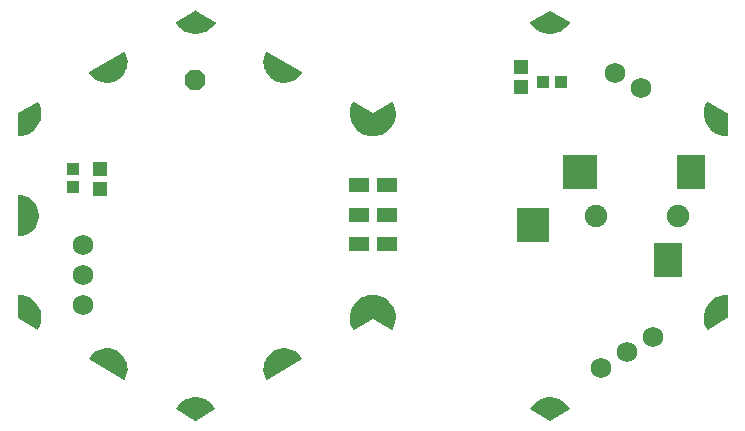
<source format=gbr>
G04 EAGLE Gerber RS-274X export*
G75*
%MOMM*%
%FSLAX34Y34*%
%LPD*%
%INSoldermask Top*%
%IPPOS*%
%AMOC8*
5,1,8,0,0,1.08239X$1,22.5*%
G01*
%ADD10R,1.003200X1.003200*%
%ADD11C,1.203200*%
%ADD12P,1.869504X8X22.500000*%
%ADD13R,1.303200X1.203200*%
%ADD14C,1.727200*%
%ADD15C,1.903200*%
%ADD16R,2.403200X3.003200*%
%ADD17R,2.803200X3.003200*%
%ADD18R,3.003200X3.003200*%
%ADD19R,1.803200X1.203200*%

G36*
X299252Y270303D02*
X299252Y270303D01*
X299265Y270302D01*
X302315Y270545D01*
X302347Y270554D01*
X302394Y270558D01*
X305366Y271286D01*
X305397Y271301D01*
X305442Y271312D01*
X305506Y271339D01*
X306682Y271838D01*
X307857Y272337D01*
X307858Y272337D01*
X308259Y272508D01*
X308287Y272527D01*
X308330Y272545D01*
X310918Y274177D01*
X310942Y274201D01*
X310982Y274225D01*
X313275Y276252D01*
X313295Y276279D01*
X313331Y276310D01*
X315269Y278678D01*
X315285Y278708D01*
X315314Y278744D01*
X316848Y281392D01*
X316858Y281424D01*
X316882Y281464D01*
X316935Y281604D01*
X317695Y283601D01*
X317885Y284100D01*
X317971Y284324D01*
X317976Y284357D01*
X317993Y284401D01*
X318609Y287398D01*
X318609Y287432D01*
X318618Y287478D01*
X318745Y290535D01*
X318740Y290569D01*
X318742Y290616D01*
X318377Y293654D01*
X318366Y293686D01*
X318361Y293732D01*
X317513Y296672D01*
X317497Y296702D01*
X317485Y296748D01*
X316176Y299514D01*
X316159Y299536D01*
X316149Y299563D01*
X316100Y299615D01*
X316057Y299673D01*
X316032Y299687D01*
X316013Y299708D01*
X315947Y299737D01*
X315885Y299773D01*
X315857Y299776D01*
X315831Y299788D01*
X315759Y299789D01*
X315688Y299798D01*
X315661Y299790D01*
X315632Y299791D01*
X315537Y299755D01*
X315497Y299744D01*
X315488Y299737D01*
X315476Y299733D01*
X299225Y290376D01*
X282974Y299733D01*
X282947Y299742D01*
X282923Y299758D01*
X282853Y299773D01*
X282785Y299796D01*
X282757Y299793D01*
X282729Y299799D01*
X282659Y299786D01*
X282587Y299780D01*
X282562Y299767D01*
X282534Y299761D01*
X282474Y299721D01*
X282411Y299688D01*
X282393Y299666D01*
X282369Y299650D01*
X282311Y299567D01*
X282284Y299535D01*
X282281Y299524D01*
X282274Y299514D01*
X280965Y296748D01*
X280957Y296715D01*
X280937Y296672D01*
X280089Y293732D01*
X280086Y293698D01*
X280073Y293654D01*
X279708Y290616D01*
X279711Y290582D01*
X279705Y290535D01*
X279832Y287478D01*
X279840Y287445D01*
X279841Y287398D01*
X280457Y284401D01*
X280470Y284370D01*
X280480Y284324D01*
X281568Y281464D01*
X281586Y281436D01*
X281603Y281392D01*
X283136Y278744D01*
X283158Y278718D01*
X283181Y278678D01*
X285119Y276310D01*
X285146Y276288D01*
X285175Y276252D01*
X287468Y274225D01*
X287497Y274209D01*
X287532Y274177D01*
X290120Y272545D01*
X290152Y272533D01*
X290191Y272508D01*
X293008Y271312D01*
X293041Y271305D01*
X293084Y271286D01*
X296056Y270558D01*
X296090Y270556D01*
X296135Y270545D01*
X299185Y270302D01*
X299214Y270306D01*
X299242Y270301D01*
X299252Y270303D01*
G37*
G36*
X315792Y106615D02*
X315792Y106615D01*
X315863Y106620D01*
X315888Y106633D01*
X315916Y106639D01*
X315976Y106679D01*
X316039Y106712D01*
X316057Y106734D01*
X316081Y106750D01*
X316139Y106833D01*
X316166Y106865D01*
X316169Y106876D01*
X316176Y106887D01*
X317485Y109653D01*
X317493Y109686D01*
X317513Y109728D01*
X318361Y112668D01*
X318364Y112702D01*
X318377Y112746D01*
X318742Y115784D01*
X318739Y115818D01*
X318745Y115865D01*
X318618Y118922D01*
X318610Y118955D01*
X318609Y119002D01*
X317993Y121999D01*
X317980Y122030D01*
X317971Y122076D01*
X316882Y124936D01*
X316864Y124965D01*
X316848Y125008D01*
X315314Y127656D01*
X315292Y127682D01*
X315269Y127723D01*
X313331Y130090D01*
X313304Y130112D01*
X313275Y130148D01*
X310982Y132175D01*
X310953Y132192D01*
X310918Y132223D01*
X308330Y133855D01*
X308298Y133867D01*
X308259Y133892D01*
X305442Y135088D01*
X305409Y135095D01*
X305366Y135114D01*
X302394Y135842D01*
X302360Y135844D01*
X302315Y135855D01*
X299265Y136098D01*
X299236Y136094D01*
X299208Y136099D01*
X299198Y136097D01*
X299185Y136098D01*
X296135Y135855D01*
X296103Y135846D01*
X296056Y135842D01*
X293084Y135114D01*
X293053Y135099D01*
X293008Y135088D01*
X292843Y135018D01*
X291668Y134519D01*
X290492Y134020D01*
X290191Y133892D01*
X290163Y133873D01*
X290120Y133855D01*
X287532Y132223D01*
X287508Y132199D01*
X287468Y132175D01*
X285175Y130148D01*
X285155Y130121D01*
X285119Y130090D01*
X283181Y127723D01*
X283165Y127692D01*
X283136Y127656D01*
X281603Y125008D01*
X281592Y124976D01*
X281568Y124936D01*
X280480Y122076D01*
X280474Y122043D01*
X280457Y121999D01*
X279841Y119002D01*
X279841Y118968D01*
X279832Y118922D01*
X279705Y115865D01*
X279710Y115831D01*
X279708Y115784D01*
X280073Y112746D01*
X280084Y112714D01*
X280089Y112668D01*
X280937Y109728D01*
X280953Y109698D01*
X280965Y109653D01*
X282274Y106887D01*
X282291Y106864D01*
X282301Y106837D01*
X282350Y106785D01*
X282393Y106727D01*
X282418Y106713D01*
X282437Y106692D01*
X282503Y106663D01*
X282565Y106627D01*
X282593Y106624D01*
X282619Y106612D01*
X282691Y106611D01*
X282762Y106602D01*
X282789Y106610D01*
X282818Y106610D01*
X282913Y106645D01*
X282953Y106656D01*
X282962Y106663D01*
X282974Y106667D01*
X299225Y116024D01*
X315476Y106667D01*
X315503Y106658D01*
X315527Y106642D01*
X315597Y106627D01*
X315665Y106604D01*
X315693Y106607D01*
X315721Y106601D01*
X315792Y106615D01*
G37*
G36*
X-748Y185704D02*
X-748Y185704D01*
X-734Y185702D01*
X2064Y185934D01*
X2098Y185944D01*
X2146Y185948D01*
X4867Y186637D01*
X4899Y186652D01*
X4945Y186664D01*
X7517Y187792D01*
X7545Y187812D01*
X7589Y187831D01*
X9940Y189367D01*
X9964Y189391D01*
X10005Y189417D01*
X12070Y191319D01*
X12083Y191336D01*
X12095Y191345D01*
X12106Y191361D01*
X12126Y191380D01*
X13851Y193595D01*
X13866Y193626D01*
X13896Y193664D01*
X15232Y196134D01*
X15242Y196167D01*
X15265Y196209D01*
X16177Y198865D01*
X16182Y198899D01*
X16197Y198945D01*
X16659Y201714D01*
X16658Y201749D01*
X16666Y201796D01*
X16666Y204604D01*
X16659Y204638D01*
X16659Y204686D01*
X16197Y207455D01*
X16185Y207488D01*
X16177Y207535D01*
X15265Y210191D01*
X15248Y210221D01*
X15232Y210266D01*
X13896Y212736D01*
X13874Y212762D01*
X13851Y212805D01*
X12126Y215020D01*
X12100Y215043D01*
X12070Y215081D01*
X10005Y216983D01*
X9975Y217001D01*
X9940Y217033D01*
X7589Y218569D01*
X7557Y218582D01*
X7517Y218608D01*
X4945Y219736D01*
X4912Y219743D01*
X4867Y219763D01*
X2146Y220452D01*
X2111Y220454D01*
X2064Y220466D01*
X-734Y220698D01*
X-763Y220694D01*
X-792Y220699D01*
X-861Y220683D01*
X-931Y220674D01*
X-957Y220660D01*
X-985Y220653D01*
X-1042Y220611D01*
X-1104Y220576D01*
X-1122Y220552D01*
X-1145Y220535D01*
X-1181Y220474D01*
X-1224Y220417D01*
X-1232Y220389D01*
X-1247Y220364D01*
X-1263Y220266D01*
X-1274Y220225D01*
X-1272Y220214D01*
X-1274Y220200D01*
X-1274Y186200D01*
X-1268Y186171D01*
X-1271Y186142D01*
X-1249Y186075D01*
X-1235Y186005D01*
X-1218Y185981D01*
X-1209Y185953D01*
X-1162Y185900D01*
X-1122Y185841D01*
X-1098Y185826D01*
X-1078Y185804D01*
X-1014Y185772D01*
X-955Y185734D01*
X-926Y185729D01*
X-900Y185717D01*
X-800Y185708D01*
X-758Y185701D01*
X-748Y185704D01*
G37*
G36*
X88991Y64314D02*
X88991Y64314D01*
X89062Y64320D01*
X89088Y64333D01*
X89116Y64339D01*
X89175Y64379D01*
X89238Y64411D01*
X89257Y64434D01*
X89281Y64450D01*
X89338Y64532D01*
X89365Y64565D01*
X89368Y64575D01*
X89376Y64587D01*
X90575Y67122D01*
X90583Y67156D01*
X90604Y67199D01*
X91369Y69897D01*
X91371Y69932D01*
X91385Y69978D01*
X91695Y72766D01*
X91692Y72794D01*
X91694Y72805D01*
X91693Y72810D01*
X91697Y72848D01*
X91545Y75648D01*
X91536Y75682D01*
X91533Y75730D01*
X90922Y78467D01*
X90908Y78499D01*
X90897Y78546D01*
X89844Y81145D01*
X89825Y81174D01*
X89807Y81218D01*
X88340Y83609D01*
X88316Y83634D01*
X88291Y83675D01*
X86450Y85791D01*
X86423Y85812D01*
X86391Y85849D01*
X84228Y87633D01*
X84197Y87649D01*
X84160Y87680D01*
X81732Y89084D01*
X81699Y89095D01*
X81657Y89119D01*
X79032Y90104D01*
X78997Y90110D01*
X78952Y90127D01*
X76200Y90666D01*
X76166Y90666D01*
X76118Y90675D01*
X73315Y90754D01*
X73281Y90749D01*
X73233Y90750D01*
X70454Y90367D01*
X70422Y90355D01*
X70374Y90349D01*
X67697Y89513D01*
X67666Y89496D01*
X67620Y89482D01*
X65117Y88218D01*
X65090Y88196D01*
X65047Y88174D01*
X62786Y86515D01*
X62763Y86489D01*
X62724Y86461D01*
X60767Y84452D01*
X60748Y84423D01*
X60714Y84388D01*
X59115Y82085D01*
X59103Y82058D01*
X59085Y82035D01*
X59064Y81967D01*
X59036Y81902D01*
X59036Y81873D01*
X59028Y81845D01*
X59036Y81774D01*
X59035Y81703D01*
X59046Y81676D01*
X59050Y81647D01*
X59084Y81585D01*
X59112Y81520D01*
X59133Y81499D01*
X59147Y81474D01*
X59223Y81411D01*
X59254Y81381D01*
X59264Y81377D01*
X59275Y81368D01*
X88675Y64368D01*
X88703Y64359D01*
X88727Y64342D01*
X88796Y64327D01*
X88864Y64305D01*
X88893Y64307D01*
X88921Y64301D01*
X88991Y64314D01*
G37*
G36*
X76118Y315725D02*
X76118Y315725D01*
X76152Y315733D01*
X76200Y315734D01*
X78952Y316273D01*
X78984Y316287D01*
X79032Y316296D01*
X81657Y317281D01*
X81687Y317299D01*
X81732Y317316D01*
X84160Y318720D01*
X84186Y318743D01*
X84228Y318767D01*
X86391Y320551D01*
X86413Y320578D01*
X86450Y320609D01*
X88291Y322725D01*
X88308Y322755D01*
X88340Y322791D01*
X89807Y325182D01*
X89818Y325214D01*
X89844Y325255D01*
X90897Y327854D01*
X90904Y327888D01*
X90922Y327933D01*
X91533Y330670D01*
X91534Y330705D01*
X91545Y330752D01*
X91697Y333552D01*
X91692Y333586D01*
X91695Y333634D01*
X91385Y336422D01*
X91374Y336455D01*
X91369Y336503D01*
X90604Y339201D01*
X90588Y339231D01*
X90575Y339278D01*
X89376Y341813D01*
X89359Y341837D01*
X89349Y341864D01*
X89300Y341916D01*
X89257Y341973D01*
X89232Y341987D01*
X89212Y342009D01*
X89147Y342037D01*
X89086Y342073D01*
X89057Y342076D01*
X89030Y342088D01*
X88959Y342089D01*
X88888Y342098D01*
X88860Y342090D01*
X88831Y342090D01*
X88738Y342056D01*
X88697Y342044D01*
X88688Y342037D01*
X88675Y342032D01*
X59275Y325032D01*
X59253Y325013D01*
X59227Y325000D01*
X59179Y324947D01*
X59126Y324900D01*
X59114Y324874D01*
X59094Y324852D01*
X59071Y324785D01*
X59041Y324721D01*
X59039Y324692D01*
X59030Y324664D01*
X59035Y324593D01*
X59032Y324522D01*
X59042Y324495D01*
X59044Y324466D01*
X59086Y324376D01*
X59101Y324336D01*
X59109Y324328D01*
X59115Y324315D01*
X60714Y322012D01*
X60740Y321988D01*
X60767Y321948D01*
X62724Y319939D01*
X62753Y319920D01*
X62786Y319885D01*
X65047Y318226D01*
X65078Y318211D01*
X65117Y318182D01*
X67620Y316918D01*
X67654Y316909D01*
X67697Y316887D01*
X70374Y316051D01*
X70408Y316048D01*
X70454Y316033D01*
X73233Y315650D01*
X73267Y315652D01*
X73315Y315646D01*
X76118Y315725D01*
G37*
G36*
X209590Y64310D02*
X209590Y64310D01*
X209619Y64310D01*
X209712Y64344D01*
X209753Y64356D01*
X209762Y64363D01*
X209775Y64368D01*
X239175Y81368D01*
X239197Y81387D01*
X239223Y81400D01*
X239271Y81453D01*
X239324Y81500D01*
X239336Y81526D01*
X239356Y81548D01*
X239379Y81615D01*
X239409Y81679D01*
X239411Y81708D01*
X239420Y81736D01*
X239415Y81807D01*
X239418Y81878D01*
X239408Y81905D01*
X239406Y81934D01*
X239364Y82024D01*
X239349Y82064D01*
X239341Y82072D01*
X239335Y82085D01*
X237736Y84388D01*
X237711Y84412D01*
X237683Y84452D01*
X235726Y86461D01*
X235697Y86480D01*
X235664Y86515D01*
X233403Y88174D01*
X233372Y88189D01*
X233333Y88218D01*
X230830Y89482D01*
X230796Y89491D01*
X230753Y89513D01*
X228076Y90349D01*
X228042Y90352D01*
X227996Y90367D01*
X225217Y90750D01*
X225183Y90748D01*
X225135Y90754D01*
X222332Y90675D01*
X222298Y90667D01*
X222250Y90666D01*
X219498Y90127D01*
X219466Y90113D01*
X219418Y90104D01*
X216793Y89119D01*
X216763Y89101D01*
X216718Y89084D01*
X214290Y87680D01*
X214264Y87657D01*
X214223Y87633D01*
X212059Y85849D01*
X212037Y85822D01*
X212000Y85791D01*
X210159Y83675D01*
X210142Y83645D01*
X210111Y83609D01*
X208643Y81218D01*
X208632Y81186D01*
X208606Y81145D01*
X207553Y78546D01*
X207546Y78512D01*
X207528Y78467D01*
X206917Y75730D01*
X206916Y75695D01*
X206905Y75648D01*
X206753Y72848D01*
X206758Y72814D01*
X206755Y72766D01*
X207065Y69978D01*
X207076Y69945D01*
X207081Y69897D01*
X207846Y67199D01*
X207862Y67169D01*
X207875Y67122D01*
X209074Y64587D01*
X209091Y64563D01*
X209101Y64536D01*
X209150Y64484D01*
X209193Y64427D01*
X209218Y64413D01*
X209238Y64392D01*
X209303Y64363D01*
X209365Y64327D01*
X209393Y64324D01*
X209420Y64312D01*
X209491Y64311D01*
X209562Y64302D01*
X209590Y64310D01*
G37*
G36*
X225169Y315652D02*
X225169Y315652D01*
X225217Y315650D01*
X227996Y316033D01*
X228028Y316045D01*
X228076Y316051D01*
X230753Y316887D01*
X230784Y316904D01*
X230830Y316918D01*
X233333Y318182D01*
X233360Y318204D01*
X233403Y318226D01*
X235664Y319885D01*
X235687Y319911D01*
X235726Y319939D01*
X237683Y321948D01*
X237702Y321977D01*
X237736Y322012D01*
X239335Y324315D01*
X239347Y324342D01*
X239365Y324365D01*
X239386Y324433D01*
X239414Y324498D01*
X239414Y324527D01*
X239422Y324555D01*
X239414Y324626D01*
X239415Y324697D01*
X239404Y324724D01*
X239400Y324753D01*
X239366Y324815D01*
X239338Y324880D01*
X239317Y324901D01*
X239303Y324926D01*
X239227Y324989D01*
X239196Y325019D01*
X239186Y325023D01*
X239175Y325032D01*
X209775Y342032D01*
X209747Y342041D01*
X209723Y342058D01*
X209654Y342073D01*
X209586Y342095D01*
X209557Y342093D01*
X209529Y342099D01*
X209459Y342086D01*
X209388Y342080D01*
X209362Y342067D01*
X209334Y342061D01*
X209275Y342021D01*
X209212Y341989D01*
X209193Y341966D01*
X209169Y341950D01*
X209112Y341868D01*
X209085Y341835D01*
X209082Y341825D01*
X209074Y341813D01*
X207875Y339278D01*
X207867Y339244D01*
X207846Y339201D01*
X207081Y336503D01*
X207079Y336468D01*
X207065Y336422D01*
X206755Y333634D01*
X206757Y333607D01*
X206757Y333602D01*
X206758Y333597D01*
X206753Y333552D01*
X206905Y330752D01*
X206914Y330718D01*
X206917Y330670D01*
X207528Y327933D01*
X207542Y327901D01*
X207553Y327854D01*
X208606Y325255D01*
X208625Y325226D01*
X208643Y325182D01*
X210111Y322791D01*
X210134Y322766D01*
X210159Y322725D01*
X212000Y320609D01*
X212027Y320588D01*
X212059Y320551D01*
X214223Y318767D01*
X214253Y318751D01*
X214290Y318720D01*
X216718Y317316D01*
X216751Y317305D01*
X216793Y317281D01*
X219418Y316296D01*
X219453Y316290D01*
X219498Y316273D01*
X222250Y315734D01*
X222285Y315734D01*
X222332Y315725D01*
X225135Y315646D01*
X225169Y315652D01*
G37*
G36*
X-767Y270264D02*
X-767Y270264D01*
X-753Y270263D01*
X2303Y270510D01*
X2336Y270519D01*
X2382Y270523D01*
X5359Y271256D01*
X5390Y271271D01*
X5436Y271282D01*
X8257Y272484D01*
X8284Y272503D01*
X8328Y272521D01*
X10919Y274160D01*
X10944Y274183D01*
X10983Y274208D01*
X13278Y276241D01*
X13299Y276268D01*
X13334Y276299D01*
X15273Y278674D01*
X15289Y278704D01*
X15319Y278740D01*
X16852Y281396D01*
X16863Y281428D01*
X16887Y281468D01*
X17974Y284335D01*
X17979Y284369D01*
X17996Y284413D01*
X18609Y287417D01*
X18610Y287451D01*
X18619Y287497D01*
X18743Y290560D01*
X18737Y290594D01*
X18739Y290640D01*
X18370Y293684D01*
X18359Y293717D01*
X18354Y293763D01*
X17501Y296708D01*
X17485Y296738D01*
X17472Y296783D01*
X16158Y299553D01*
X16140Y299577D01*
X16130Y299604D01*
X16081Y299656D01*
X16038Y299713D01*
X16013Y299727D01*
X15993Y299748D01*
X15928Y299777D01*
X15866Y299812D01*
X15838Y299816D01*
X15811Y299828D01*
X15740Y299828D01*
X15669Y299837D01*
X15641Y299829D01*
X15612Y299830D01*
X15519Y299795D01*
X15478Y299783D01*
X15469Y299776D01*
X15457Y299771D01*
X-1021Y290232D01*
X-1078Y290181D01*
X-1140Y290136D01*
X-1152Y290116D01*
X-1170Y290100D01*
X-1203Y290031D01*
X-1242Y289965D01*
X-1246Y289939D01*
X-1255Y289921D01*
X-1257Y289876D01*
X-1270Y289801D01*
X-1293Y270761D01*
X-1287Y270733D01*
X-1289Y270704D01*
X-1267Y270636D01*
X-1253Y270566D01*
X-1237Y270542D01*
X-1228Y270515D01*
X-1181Y270461D01*
X-1141Y270402D01*
X-1117Y270387D01*
X-1098Y270365D01*
X-1033Y270333D01*
X-973Y270295D01*
X-945Y270290D01*
X-919Y270277D01*
X-819Y270269D01*
X-777Y270262D01*
X-767Y270264D01*
G37*
G36*
X15772Y106575D02*
X15772Y106575D01*
X15843Y106580D01*
X15869Y106594D01*
X15897Y106599D01*
X15957Y106639D01*
X16020Y106672D01*
X16038Y106694D01*
X16062Y106710D01*
X16120Y106792D01*
X16147Y106825D01*
X16150Y106835D01*
X16158Y106847D01*
X17472Y109617D01*
X17480Y109650D01*
X17501Y109692D01*
X18354Y112637D01*
X18356Y112671D01*
X18370Y112716D01*
X18739Y115760D01*
X18737Y115793D01*
X18743Y115840D01*
X18619Y118904D01*
X18611Y118936D01*
X18609Y118983D01*
X17996Y121988D01*
X17983Y122019D01*
X17974Y122065D01*
X16887Y124932D01*
X16868Y124960D01*
X16852Y125004D01*
X15319Y127660D01*
X15296Y127685D01*
X15273Y127726D01*
X13334Y130101D01*
X13308Y130122D01*
X13278Y130159D01*
X10983Y132192D01*
X10954Y132209D01*
X10919Y132240D01*
X8328Y133879D01*
X8296Y133891D01*
X8257Y133916D01*
X5436Y135118D01*
X5402Y135125D01*
X5359Y135144D01*
X2382Y135877D01*
X2348Y135879D01*
X2303Y135890D01*
X-753Y136137D01*
X-782Y136134D01*
X-810Y136138D01*
X-880Y136122D01*
X-951Y136113D01*
X-976Y136099D01*
X-1004Y136092D01*
X-1061Y136050D01*
X-1123Y136014D01*
X-1141Y135991D01*
X-1164Y135974D01*
X-1200Y135913D01*
X-1243Y135856D01*
X-1250Y135828D01*
X-1265Y135803D01*
X-1282Y135704D01*
X-1292Y135663D01*
X-1290Y135652D01*
X-1293Y135639D01*
X-1270Y116599D01*
X-1254Y116524D01*
X-1246Y116448D01*
X-1235Y116427D01*
X-1230Y116405D01*
X-1186Y116341D01*
X-1149Y116274D01*
X-1129Y116258D01*
X-1117Y116241D01*
X-1080Y116217D01*
X-1021Y116168D01*
X15457Y106629D01*
X15484Y106619D01*
X15508Y106603D01*
X15577Y106588D01*
X15645Y106565D01*
X15674Y106567D01*
X15702Y106561D01*
X15772Y106575D01*
G37*
G36*
X449241Y29511D02*
X449241Y29511D01*
X449318Y29510D01*
X449342Y29519D01*
X449363Y29520D01*
X449402Y29541D01*
X449474Y29567D01*
X465974Y39067D01*
X465996Y39086D01*
X466022Y39099D01*
X466056Y39137D01*
X466059Y39139D01*
X466062Y39143D01*
X466070Y39152D01*
X466123Y39199D01*
X466136Y39225D01*
X466155Y39247D01*
X466178Y39314D01*
X466209Y39378D01*
X466211Y39407D01*
X466220Y39434D01*
X466215Y39506D01*
X466218Y39577D01*
X466208Y39604D01*
X466206Y39633D01*
X466164Y39723D01*
X466149Y39763D01*
X466142Y39771D01*
X466136Y39784D01*
X464394Y42307D01*
X464370Y42331D01*
X464343Y42369D01*
X462219Y44581D01*
X462191Y44600D01*
X462159Y44634D01*
X459708Y46476D01*
X459677Y46490D01*
X459640Y46519D01*
X456925Y47944D01*
X456892Y47953D01*
X456851Y47975D01*
X453943Y48946D01*
X453916Y48949D01*
X453907Y48951D01*
X453865Y48965D01*
X450838Y49457D01*
X450804Y49456D01*
X450758Y49464D01*
X447692Y49464D01*
X447659Y49457D01*
X447612Y49457D01*
X444585Y48965D01*
X444554Y48953D01*
X444507Y48946D01*
X441599Y47975D01*
X441570Y47958D01*
X441525Y47944D01*
X438810Y46519D01*
X438784Y46497D01*
X438742Y46476D01*
X436291Y44634D01*
X436268Y44609D01*
X436231Y44581D01*
X434107Y42369D01*
X434089Y42341D01*
X434056Y42307D01*
X432314Y39784D01*
X432303Y39757D01*
X432284Y39735D01*
X432264Y39666D01*
X432236Y39601D01*
X432236Y39572D01*
X432228Y39544D01*
X432236Y39473D01*
X432236Y39402D01*
X432247Y39375D01*
X432250Y39346D01*
X432285Y39284D01*
X432313Y39219D01*
X432333Y39198D01*
X432348Y39173D01*
X432411Y39121D01*
X432415Y39116D01*
X432424Y39110D01*
X432425Y39110D01*
X432455Y39080D01*
X432465Y39076D01*
X432476Y39067D01*
X448976Y29567D01*
X449049Y29543D01*
X449119Y29512D01*
X449143Y29512D01*
X449165Y29504D01*
X449241Y29511D01*
G37*
G36*
X149241Y29511D02*
X149241Y29511D01*
X149318Y29510D01*
X149342Y29519D01*
X149363Y29520D01*
X149402Y29541D01*
X149474Y29567D01*
X165974Y39067D01*
X165996Y39086D01*
X166022Y39099D01*
X166056Y39137D01*
X166059Y39139D01*
X166062Y39143D01*
X166070Y39152D01*
X166123Y39199D01*
X166136Y39225D01*
X166155Y39247D01*
X166178Y39314D01*
X166209Y39378D01*
X166211Y39407D01*
X166220Y39434D01*
X166215Y39506D01*
X166218Y39577D01*
X166208Y39604D01*
X166206Y39633D01*
X166164Y39723D01*
X166149Y39763D01*
X166142Y39771D01*
X166136Y39784D01*
X164394Y42307D01*
X164370Y42331D01*
X164343Y42369D01*
X162219Y44581D01*
X162191Y44600D01*
X162159Y44634D01*
X159708Y46476D01*
X159677Y46490D01*
X159640Y46519D01*
X156925Y47944D01*
X156892Y47953D01*
X156851Y47975D01*
X153943Y48946D01*
X153916Y48949D01*
X153907Y48951D01*
X153865Y48965D01*
X150838Y49457D01*
X150804Y49456D01*
X150758Y49464D01*
X147692Y49464D01*
X147659Y49457D01*
X147612Y49457D01*
X144585Y48965D01*
X144554Y48953D01*
X144507Y48946D01*
X141599Y47975D01*
X141570Y47958D01*
X141525Y47944D01*
X138810Y46519D01*
X138784Y46497D01*
X138742Y46476D01*
X136291Y44634D01*
X136268Y44609D01*
X136231Y44581D01*
X134107Y42369D01*
X134089Y42341D01*
X134056Y42307D01*
X132314Y39784D01*
X132303Y39757D01*
X132284Y39735D01*
X132264Y39666D01*
X132236Y39601D01*
X132236Y39572D01*
X132228Y39544D01*
X132236Y39473D01*
X132236Y39402D01*
X132247Y39375D01*
X132250Y39346D01*
X132285Y39284D01*
X132313Y39219D01*
X132333Y39198D01*
X132348Y39173D01*
X132411Y39121D01*
X132415Y39116D01*
X132424Y39110D01*
X132425Y39110D01*
X132455Y39080D01*
X132465Y39076D01*
X132476Y39067D01*
X148976Y29567D01*
X149049Y29543D01*
X149119Y29512D01*
X149143Y29512D01*
X149165Y29504D01*
X149241Y29511D01*
G37*
G36*
X150791Y356943D02*
X150791Y356943D01*
X150838Y356943D01*
X153865Y357435D01*
X153896Y357447D01*
X153943Y357454D01*
X156851Y358425D01*
X156881Y358442D01*
X156925Y358456D01*
X159640Y359881D01*
X159666Y359903D01*
X159708Y359924D01*
X162159Y361766D01*
X162182Y361791D01*
X162219Y361819D01*
X164343Y364031D01*
X164361Y364059D01*
X164394Y364093D01*
X166136Y366616D01*
X166147Y366643D01*
X166166Y366665D01*
X166186Y366734D01*
X166214Y366799D01*
X166214Y366828D01*
X166222Y366856D01*
X166214Y366927D01*
X166215Y366998D01*
X166203Y367025D01*
X166200Y367054D01*
X166165Y367116D01*
X166137Y367181D01*
X166117Y367202D01*
X166102Y367227D01*
X166025Y367290D01*
X165995Y367320D01*
X165985Y367324D01*
X165974Y367333D01*
X149474Y376833D01*
X149401Y376857D01*
X149331Y376888D01*
X149307Y376888D01*
X149285Y376896D01*
X149209Y376890D01*
X149132Y376891D01*
X149108Y376881D01*
X149087Y376880D01*
X149048Y376859D01*
X148976Y376833D01*
X132476Y367333D01*
X132454Y367314D01*
X132428Y367301D01*
X132380Y367248D01*
X132327Y367201D01*
X132314Y367175D01*
X132295Y367154D01*
X132272Y367086D01*
X132241Y367022D01*
X132240Y366993D01*
X132230Y366966D01*
X132235Y366894D01*
X132232Y366823D01*
X132242Y366796D01*
X132244Y366767D01*
X132286Y366677D01*
X132301Y366637D01*
X132308Y366629D01*
X132314Y366616D01*
X134056Y364093D01*
X134080Y364069D01*
X134107Y364031D01*
X136231Y361819D01*
X136259Y361800D01*
X136291Y361766D01*
X138742Y359924D01*
X138773Y359910D01*
X138810Y359881D01*
X141525Y358456D01*
X141558Y358447D01*
X141599Y358425D01*
X144507Y357454D01*
X144541Y357450D01*
X144585Y357435D01*
X147612Y356943D01*
X147646Y356944D01*
X147692Y356936D01*
X150758Y356936D01*
X150791Y356943D01*
G37*
G36*
X450791Y356943D02*
X450791Y356943D01*
X450838Y356943D01*
X453865Y357435D01*
X453896Y357447D01*
X453943Y357454D01*
X456851Y358425D01*
X456881Y358442D01*
X456925Y358456D01*
X459640Y359881D01*
X459666Y359903D01*
X459708Y359924D01*
X462159Y361766D01*
X462182Y361791D01*
X462219Y361819D01*
X464343Y364031D01*
X464361Y364059D01*
X464394Y364093D01*
X466136Y366616D01*
X466147Y366643D01*
X466166Y366665D01*
X466186Y366734D01*
X466214Y366799D01*
X466214Y366828D01*
X466222Y366856D01*
X466214Y366927D01*
X466215Y366998D01*
X466203Y367025D01*
X466200Y367054D01*
X466165Y367116D01*
X466137Y367181D01*
X466117Y367202D01*
X466102Y367227D01*
X466025Y367290D01*
X465995Y367320D01*
X465985Y367324D01*
X465974Y367333D01*
X449474Y376833D01*
X449401Y376857D01*
X449331Y376888D01*
X449307Y376888D01*
X449285Y376896D01*
X449209Y376890D01*
X449132Y376891D01*
X449108Y376881D01*
X449087Y376880D01*
X449048Y376859D01*
X448976Y376833D01*
X432476Y367333D01*
X432454Y367314D01*
X432428Y367301D01*
X432380Y367248D01*
X432327Y367201D01*
X432314Y367175D01*
X432295Y367154D01*
X432272Y367086D01*
X432241Y367022D01*
X432240Y366993D01*
X432230Y366966D01*
X432235Y366894D01*
X432232Y366823D01*
X432242Y366796D01*
X432244Y366767D01*
X432286Y366677D01*
X432301Y366637D01*
X432308Y366629D01*
X432314Y366616D01*
X434056Y364093D01*
X434080Y364069D01*
X434107Y364031D01*
X436231Y361819D01*
X436259Y361800D01*
X436291Y361766D01*
X438742Y359924D01*
X438773Y359910D01*
X438810Y359881D01*
X441525Y358456D01*
X441558Y358447D01*
X441599Y358425D01*
X444507Y357454D01*
X444541Y357450D01*
X444585Y357435D01*
X447612Y356943D01*
X447646Y356944D01*
X447692Y356936D01*
X450758Y356936D01*
X450791Y356943D01*
G37*
G36*
X599311Y270318D02*
X599311Y270318D01*
X599383Y270326D01*
X599407Y270341D01*
X599435Y270347D01*
X599493Y270390D01*
X599555Y270426D01*
X599572Y270448D01*
X599595Y270465D01*
X599632Y270527D01*
X599675Y270584D01*
X599682Y270612D01*
X599697Y270636D01*
X599713Y270736D01*
X599724Y270777D01*
X599722Y270787D01*
X599724Y270800D01*
X599724Y289800D01*
X599709Y289876D01*
X599700Y289954D01*
X599689Y289973D01*
X599685Y289995D01*
X599641Y290059D01*
X599602Y290127D01*
X599583Y290143D01*
X599572Y290159D01*
X599534Y290183D01*
X599474Y290233D01*
X582974Y299733D01*
X582947Y299742D01*
X582923Y299758D01*
X582853Y299773D01*
X582785Y299796D01*
X582757Y299793D01*
X582729Y299799D01*
X582659Y299786D01*
X582587Y299780D01*
X582562Y299767D01*
X582534Y299761D01*
X582474Y299721D01*
X582411Y299688D01*
X582393Y299666D01*
X582369Y299650D01*
X582311Y299567D01*
X582284Y299535D01*
X582281Y299524D01*
X582274Y299514D01*
X580965Y296748D01*
X580957Y296715D01*
X580937Y296672D01*
X580089Y293732D01*
X580086Y293698D01*
X580073Y293654D01*
X579708Y290616D01*
X579711Y290582D01*
X579705Y290535D01*
X579832Y287478D01*
X579840Y287445D01*
X579841Y287398D01*
X580457Y284401D01*
X580470Y284370D01*
X580480Y284324D01*
X581568Y281464D01*
X581586Y281436D01*
X581603Y281392D01*
X583136Y278744D01*
X583158Y278718D01*
X583181Y278678D01*
X585119Y276310D01*
X585146Y276288D01*
X585175Y276252D01*
X587468Y274225D01*
X587497Y274209D01*
X587532Y274177D01*
X590120Y272545D01*
X590152Y272533D01*
X590191Y272508D01*
X593008Y271312D01*
X593041Y271305D01*
X593084Y271286D01*
X596056Y270558D01*
X596090Y270556D01*
X596135Y270545D01*
X599185Y270302D01*
X599214Y270306D01*
X599242Y270301D01*
X599311Y270318D01*
G37*
G36*
X582789Y106610D02*
X582789Y106610D01*
X582818Y106610D01*
X582913Y106645D01*
X582953Y106656D01*
X582962Y106663D01*
X582974Y106667D01*
X599474Y116167D01*
X599533Y116219D01*
X599595Y116265D01*
X599606Y116284D01*
X599623Y116299D01*
X599657Y116369D01*
X599697Y116436D01*
X599701Y116461D01*
X599709Y116478D01*
X599711Y116523D01*
X599724Y116600D01*
X599724Y135600D01*
X599719Y135628D01*
X599721Y135656D01*
X599699Y135724D01*
X599685Y135795D01*
X599669Y135818D01*
X599660Y135845D01*
X599613Y135900D01*
X599572Y135959D01*
X599548Y135974D01*
X599530Y135996D01*
X599465Y136027D01*
X599405Y136066D01*
X599377Y136071D01*
X599351Y136083D01*
X599250Y136092D01*
X599208Y136099D01*
X599198Y136097D01*
X599185Y136098D01*
X596135Y135855D01*
X596103Y135846D01*
X596056Y135842D01*
X593084Y135114D01*
X593053Y135099D01*
X593008Y135088D01*
X592843Y135018D01*
X591668Y134519D01*
X590492Y134020D01*
X590191Y133892D01*
X590163Y133873D01*
X590120Y133855D01*
X587532Y132223D01*
X587508Y132199D01*
X587468Y132175D01*
X585175Y130148D01*
X585155Y130121D01*
X585119Y130090D01*
X583181Y127723D01*
X583165Y127692D01*
X583136Y127656D01*
X581603Y125008D01*
X581592Y124976D01*
X581568Y124936D01*
X580480Y122076D01*
X580474Y122043D01*
X580457Y121999D01*
X579841Y119002D01*
X579841Y118968D01*
X579832Y118922D01*
X579705Y115865D01*
X579710Y115831D01*
X579708Y115784D01*
X580073Y112746D01*
X580084Y112714D01*
X580089Y112668D01*
X580937Y109728D01*
X580953Y109698D01*
X580965Y109653D01*
X582274Y106887D01*
X582291Y106864D01*
X582301Y106837D01*
X582350Y106785D01*
X582393Y106727D01*
X582418Y106713D01*
X582437Y106692D01*
X582503Y106663D01*
X582565Y106627D01*
X582593Y106624D01*
X582619Y106612D01*
X582691Y106611D01*
X582762Y106602D01*
X582789Y106610D01*
G37*
D10*
X45244Y242450D03*
X45244Y227450D03*
D11*
X149225Y368400D03*
X299945Y280720D03*
X299945Y125680D03*
X149225Y38000D03*
X77725Y327100D03*
X220725Y327100D03*
X220725Y79300D03*
X77725Y79300D03*
X449225Y368400D03*
X592325Y285800D03*
X592325Y120600D03*
X449225Y38000D03*
X6158Y285800D03*
X6158Y120600D03*
X6125Y203200D03*
D12*
X148431Y318294D03*
D13*
X68263Y225656D03*
X68263Y242656D03*
D14*
X53975Y178594D03*
X53975Y153194D03*
X53975Y127794D03*
D15*
X557975Y202875D03*
X487975Y202875D03*
D16*
X568975Y239875D03*
X548975Y165875D03*
D17*
X434975Y195375D03*
D18*
X474975Y239875D03*
D19*
X287256Y228994D03*
X287256Y203994D03*
X287256Y178994D03*
X311256Y228994D03*
X311256Y203994D03*
X311256Y178994D03*
D14*
X492375Y74574D03*
X514350Y87313D03*
X536325Y100051D03*
D10*
X443350Y316706D03*
X458350Y316706D03*
D13*
X424656Y312175D03*
X424656Y329175D03*
D14*
X504123Y323812D03*
X526164Y311188D03*
M02*

</source>
